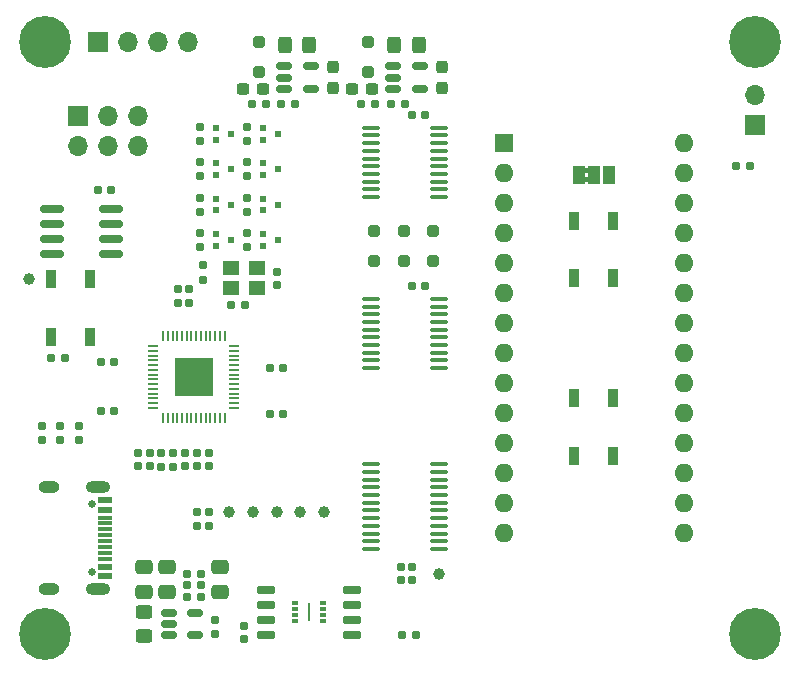
<source format=gbr>
%TF.GenerationSoftware,KiCad,Pcbnew,7.0.5-7.0.5~ubuntu20.04.1*%
%TF.CreationDate,2023-07-05T21:04:24+02:00*%
%TF.ProjectId,sao_eprom_v2,73616f5f-6570-4726-9f6d-5f76322e6b69,rev?*%
%TF.SameCoordinates,Original*%
%TF.FileFunction,Soldermask,Top*%
%TF.FilePolarity,Negative*%
%FSLAX46Y46*%
G04 Gerber Fmt 4.6, Leading zero omitted, Abs format (unit mm)*
G04 Created by KiCad (PCBNEW 7.0.5-7.0.5~ubuntu20.04.1) date 2023-07-05 21:04:24*
%MOMM*%
%LPD*%
G01*
G04 APERTURE LIST*
G04 Aperture macros list*
%AMRoundRect*
0 Rectangle with rounded corners*
0 $1 Rounding radius*
0 $2 $3 $4 $5 $6 $7 $8 $9 X,Y pos of 4 corners*
0 Add a 4 corners polygon primitive as box body*
4,1,4,$2,$3,$4,$5,$6,$7,$8,$9,$2,$3,0*
0 Add four circle primitives for the rounded corners*
1,1,$1+$1,$2,$3*
1,1,$1+$1,$4,$5*
1,1,$1+$1,$6,$7*
1,1,$1+$1,$8,$9*
0 Add four rect primitives between the rounded corners*
20,1,$1+$1,$2,$3,$4,$5,0*
20,1,$1+$1,$4,$5,$6,$7,0*
20,1,$1+$1,$6,$7,$8,$9,0*
20,1,$1+$1,$8,$9,$2,$3,0*%
G04 Aperture macros list end*
%ADD10RoundRect,0.250000X0.250000X-0.250000X0.250000X0.250000X-0.250000X0.250000X-0.250000X-0.250000X0*%
%ADD11RoundRect,0.160000X-0.160000X0.197500X-0.160000X-0.197500X0.160000X-0.197500X0.160000X0.197500X0*%
%ADD12RoundRect,0.150000X-0.512500X-0.150000X0.512500X-0.150000X0.512500X0.150000X-0.512500X0.150000X0*%
%ADD13C,0.700000*%
%ADD14C,4.400000*%
%ADD15RoundRect,0.155000X0.212500X0.155000X-0.212500X0.155000X-0.212500X-0.155000X0.212500X-0.155000X0*%
%ADD16R,1.000000X1.500000*%
%ADD17RoundRect,0.160000X0.197500X0.160000X-0.197500X0.160000X-0.197500X-0.160000X0.197500X-0.160000X0*%
%ADD18R,0.900000X1.500000*%
%ADD19RoundRect,0.155000X0.155000X-0.212500X0.155000X0.212500X-0.155000X0.212500X-0.155000X-0.212500X0*%
%ADD20C,1.000000*%
%ADD21R,0.600000X0.500000*%
%ADD22RoundRect,0.160000X0.160000X-0.197500X0.160000X0.197500X-0.160000X0.197500X-0.160000X-0.197500X0*%
%ADD23R,1.700000X1.700000*%
%ADD24O,1.700000X1.700000*%
%ADD25RoundRect,0.100000X0.637500X0.100000X-0.637500X0.100000X-0.637500X-0.100000X0.637500X-0.100000X0*%
%ADD26RoundRect,0.155000X-0.212500X-0.155000X0.212500X-0.155000X0.212500X0.155000X-0.212500X0.155000X0*%
%ADD27RoundRect,0.160000X-0.197500X-0.160000X0.197500X-0.160000X0.197500X0.160000X-0.197500X0.160000X0*%
%ADD28RoundRect,0.155000X-0.155000X0.212500X-0.155000X-0.212500X0.155000X-0.212500X0.155000X0.212500X0*%
%ADD29R,1.600000X1.600000*%
%ADD30O,1.600000X1.600000*%
%ADD31RoundRect,0.150000X0.650000X0.150000X-0.650000X0.150000X-0.650000X-0.150000X0.650000X-0.150000X0*%
%ADD32RoundRect,0.250000X0.325000X0.450000X-0.325000X0.450000X-0.325000X-0.450000X0.325000X-0.450000X0*%
%ADD33RoundRect,0.050000X0.387500X0.050000X-0.387500X0.050000X-0.387500X-0.050000X0.387500X-0.050000X0*%
%ADD34RoundRect,0.050000X0.050000X0.387500X-0.050000X0.387500X-0.050000X-0.387500X0.050000X-0.387500X0*%
%ADD35C,0.600000*%
%ADD36R,3.200000X3.200000*%
%ADD37RoundRect,0.237500X-0.300000X-0.237500X0.300000X-0.237500X0.300000X0.237500X-0.300000X0.237500X0*%
%ADD38RoundRect,0.250000X0.475000X-0.337500X0.475000X0.337500X-0.475000X0.337500X-0.475000X-0.337500X0*%
%ADD39RoundRect,0.150000X-0.825000X-0.150000X0.825000X-0.150000X0.825000X0.150000X-0.825000X0.150000X0*%
%ADD40RoundRect,0.250000X-0.475000X0.337500X-0.475000X-0.337500X0.475000X-0.337500X0.475000X0.337500X0*%
%ADD41RoundRect,0.100000X-0.637500X-0.100000X0.637500X-0.100000X0.637500X0.100000X-0.637500X0.100000X0*%
%ADD42RoundRect,0.250000X-0.450000X0.325000X-0.450000X-0.325000X0.450000X-0.325000X0.450000X0.325000X0*%
%ADD43RoundRect,0.237500X0.237500X-0.300000X0.237500X0.300000X-0.237500X0.300000X-0.237500X-0.300000X0*%
%ADD44R,1.400000X1.200000*%
%ADD45C,0.650000*%
%ADD46R,1.240000X0.600000*%
%ADD47R,1.240000X0.300000*%
%ADD48O,2.100000X1.000000*%
%ADD49O,1.800000X1.000000*%
%ADD50R,0.490000X0.350000*%
%ADD51R,0.200000X1.600000*%
G04 APERTURE END LIST*
D10*
%TO.C,D1*%
X155000000Y-51250000D03*
X155000000Y-48750000D03*
%TD*%
%TO.C,D3*%
X160000000Y-51250000D03*
X160000000Y-48750000D03*
%TD*%
D11*
%TO.C,R4*%
X126875000Y-65250000D03*
X126875000Y-66445000D03*
%TD*%
D12*
%TO.C,U8*%
X137612500Y-81050000D03*
X137612500Y-82000000D03*
X137612500Y-82950000D03*
X139887500Y-82950000D03*
X139887500Y-81050000D03*
%TD*%
D13*
%TO.C,H3*%
X185600000Y-32750000D03*
X186083274Y-31583274D03*
X186083274Y-33916726D03*
X187250000Y-31100000D03*
D14*
X187250000Y-32750000D03*
D13*
X187250000Y-34400000D03*
X188416726Y-31583274D03*
X188416726Y-33916726D03*
X188900000Y-32750000D03*
%TD*%
D15*
%TO.C,C17*%
X147335000Y-64250000D03*
X146200000Y-64250000D03*
%TD*%
D16*
%TO.C,JP1*%
X172325000Y-44000000D03*
X173625000Y-44000000D03*
X174925000Y-44000000D03*
%TD*%
D17*
%TO.C,R14*%
X157597500Y-38000000D03*
X156402500Y-38000000D03*
%TD*%
D18*
%TO.C,D16*%
X171950000Y-67750000D03*
X175250000Y-67750000D03*
X175250000Y-62850000D03*
X171950000Y-62850000D03*
%TD*%
D19*
%TO.C,C21*%
X141000000Y-68667500D03*
X141000000Y-67532500D03*
%TD*%
D20*
%TO.C,TP29*%
X144750000Y-72500000D03*
%TD*%
D21*
%TO.C,Q6*%
X145600000Y-49000000D03*
X145600000Y-50000000D03*
X146900000Y-49500000D03*
%TD*%
D22*
%TO.C,R6*%
X140000000Y-73695000D03*
X140000000Y-72500000D03*
%TD*%
D10*
%TO.C,D5*%
X145250000Y-35250000D03*
X145250000Y-32750000D03*
%TD*%
D20*
%TO.C,TP33*%
X142750000Y-72500000D03*
%TD*%
D23*
%TO.C,J4*%
X187250000Y-39750000D03*
D24*
X187250000Y-37210000D03*
%TD*%
D25*
%TO.C,U6*%
X160475000Y-75650000D03*
X160475000Y-75000000D03*
X160475000Y-74350000D03*
X160475000Y-73700000D03*
X160475000Y-73050000D03*
X160475000Y-72400000D03*
X160475000Y-71750000D03*
X160475000Y-71100000D03*
X160475000Y-70450000D03*
X160475000Y-69800000D03*
X160475000Y-69150000D03*
X160475000Y-68500000D03*
X154750000Y-68500000D03*
X154750000Y-69150000D03*
X154750000Y-69800000D03*
X154750000Y-70450000D03*
X154750000Y-71100000D03*
X154750000Y-71750000D03*
X154750000Y-72400000D03*
X154750000Y-73050000D03*
X154750000Y-73700000D03*
X154750000Y-74350000D03*
X154750000Y-75000000D03*
X154750000Y-75650000D03*
%TD*%
D13*
%TO.C,H4*%
X185600000Y-82850000D03*
X186083274Y-81683274D03*
X186083274Y-84016726D03*
X187250000Y-81200000D03*
D14*
X187250000Y-82850000D03*
D13*
X187250000Y-84500000D03*
X188416726Y-81683274D03*
X188416726Y-84016726D03*
X188900000Y-82850000D03*
%TD*%
D22*
%TO.C,R16*%
X140250000Y-44097500D03*
X140250000Y-42902500D03*
%TD*%
D26*
%TO.C,C20*%
X131865000Y-59850000D03*
X133000000Y-59850000D03*
%TD*%
D21*
%TO.C,Q2*%
X145600000Y-43000000D03*
X145600000Y-44000000D03*
X146900000Y-43500000D03*
%TD*%
D27*
%TO.C,R3*%
X127652500Y-59500000D03*
X128847500Y-59500000D03*
%TD*%
D26*
%TO.C,C29*%
X142932500Y-55000000D03*
X144067500Y-55000000D03*
%TD*%
D28*
%TO.C,C18*%
X139350000Y-53665000D03*
X139350000Y-54800000D03*
%TD*%
D12*
%TO.C,U9*%
X156612500Y-34800000D03*
X156612500Y-35750000D03*
X156612500Y-36700000D03*
X158887500Y-36700000D03*
X158887500Y-34800000D03*
%TD*%
D29*
%TO.C,U5*%
X166000000Y-41250000D03*
D30*
X166000000Y-43790000D03*
X166000000Y-46330000D03*
X166000000Y-48870000D03*
X166000000Y-51410000D03*
X166000000Y-53950000D03*
X166000000Y-56490000D03*
X166000000Y-59030000D03*
X166000000Y-61570000D03*
X166000000Y-64110000D03*
X166000000Y-66650000D03*
X166000000Y-69190000D03*
X166000000Y-71730000D03*
X166000000Y-74270000D03*
X181240000Y-74270000D03*
X181240000Y-71730000D03*
X181240000Y-69190000D03*
X181240000Y-66650000D03*
X181240000Y-64110000D03*
X181240000Y-61570000D03*
X181240000Y-59030000D03*
X181240000Y-56490000D03*
X181240000Y-53950000D03*
X181240000Y-51410000D03*
X181240000Y-48870000D03*
X181240000Y-46330000D03*
X181240000Y-43790000D03*
X181240000Y-41250000D03*
%TD*%
D15*
%TO.C,C27*%
X159317500Y-53375000D03*
X158182500Y-53375000D03*
%TD*%
D21*
%TO.C,Q8*%
X145600000Y-40000000D03*
X145600000Y-41000000D03*
X146900000Y-40500000D03*
%TD*%
D31*
%TO.C,U1*%
X153100000Y-82905000D03*
X153100000Y-81635000D03*
X153100000Y-80365000D03*
X153100000Y-79095000D03*
X145900000Y-79095000D03*
X145900000Y-80365000D03*
X145900000Y-81635000D03*
X145900000Y-82905000D03*
%TD*%
D12*
%TO.C,U10*%
X147362500Y-34800000D03*
X147362500Y-35750000D03*
X147362500Y-36700000D03*
X149637500Y-36700000D03*
X149637500Y-34800000D03*
%TD*%
D19*
%TO.C,C4*%
X135000000Y-68667500D03*
X135000000Y-67532500D03*
%TD*%
D32*
%TO.C,L2*%
X158775000Y-33000000D03*
X156725000Y-33000000D03*
%TD*%
D33*
%TO.C,U2*%
X143187500Y-63700000D03*
X143187500Y-63300000D03*
X143187500Y-62900000D03*
X143187500Y-62500000D03*
X143187500Y-62100000D03*
X143187500Y-61700000D03*
X143187500Y-61300000D03*
X143187500Y-60900000D03*
X143187500Y-60500000D03*
X143187500Y-60100000D03*
X143187500Y-59700000D03*
X143187500Y-59300000D03*
X143187500Y-58900000D03*
X143187500Y-58500000D03*
D34*
X142350000Y-57662500D03*
X141950000Y-57662500D03*
X141550000Y-57662500D03*
X141150000Y-57662500D03*
X140750000Y-57662500D03*
X140350000Y-57662500D03*
X139950000Y-57662500D03*
X139550000Y-57662500D03*
X139150000Y-57662500D03*
X138750000Y-57662500D03*
X138350000Y-57662500D03*
X137950000Y-57662500D03*
X137550000Y-57662500D03*
X137150000Y-57662500D03*
D33*
X136312500Y-58500000D03*
X136312500Y-58900000D03*
X136312500Y-59300000D03*
X136312500Y-59700000D03*
X136312500Y-60100000D03*
X136312500Y-60500000D03*
X136312500Y-60900000D03*
X136312500Y-61300000D03*
X136312500Y-61700000D03*
X136312500Y-62100000D03*
X136312500Y-62500000D03*
X136312500Y-62900000D03*
X136312500Y-63300000D03*
X136312500Y-63700000D03*
D34*
X137150000Y-64537500D03*
X137550000Y-64537500D03*
X137950000Y-64537500D03*
X138350000Y-64537500D03*
X138750000Y-64537500D03*
X139150000Y-64537500D03*
X139550000Y-64537500D03*
X139950000Y-64537500D03*
X140350000Y-64537500D03*
X140750000Y-64537500D03*
X141150000Y-64537500D03*
X141550000Y-64537500D03*
X141950000Y-64537500D03*
X142350000Y-64537500D03*
D35*
X141020000Y-62370000D03*
X141020000Y-61100000D03*
X141020000Y-59830000D03*
X139750000Y-62370000D03*
X139750000Y-61100000D03*
D36*
X139750000Y-61100000D03*
D35*
X139750000Y-59830000D03*
X138480000Y-62370000D03*
X138480000Y-61100000D03*
X138480000Y-59830000D03*
%TD*%
D37*
%TO.C,C9*%
X153137500Y-36750000D03*
X154862500Y-36750000D03*
%TD*%
D38*
%TO.C,C7*%
X137500000Y-79287500D03*
X137500000Y-77212500D03*
%TD*%
D21*
%TO.C,Q7*%
X141600000Y-40000000D03*
X141600000Y-41000000D03*
X142900000Y-40500000D03*
%TD*%
D18*
%TO.C,D15*%
X171975000Y-52750000D03*
X175275000Y-52750000D03*
X175275000Y-47850000D03*
X171975000Y-47850000D03*
%TD*%
D20*
%TO.C,TP2*%
X160500000Y-77750000D03*
%TD*%
D37*
%TO.C,C11*%
X143887500Y-36750000D03*
X145612500Y-36750000D03*
%TD*%
D11*
%TO.C,R5*%
X130000000Y-65250000D03*
X130000000Y-66445000D03*
%TD*%
D21*
%TO.C,Q1*%
X141600000Y-43000000D03*
X141600000Y-44000000D03*
X142900000Y-43500000D03*
%TD*%
D23*
%TO.C,J1*%
X131630000Y-32750000D03*
D24*
X134170000Y-32750000D03*
X136710000Y-32750000D03*
X139250000Y-32750000D03*
%TD*%
D22*
%TO.C,R7*%
X141000000Y-73695000D03*
X141000000Y-72500000D03*
%TD*%
D39*
%TO.C,U3*%
X127775000Y-46845000D03*
X127775000Y-48115000D03*
X127775000Y-49385000D03*
X127775000Y-50655000D03*
X132725000Y-50655000D03*
X132725000Y-49385000D03*
X132725000Y-48115000D03*
X132725000Y-46845000D03*
%TD*%
D15*
%TO.C,C16*%
X147334842Y-60350000D03*
X146199842Y-60350000D03*
%TD*%
%TO.C,C28*%
X159317500Y-38950000D03*
X158182500Y-38950000D03*
%TD*%
D20*
%TO.C,TP30*%
X146750000Y-72500000D03*
%TD*%
D40*
%TO.C,C12*%
X142000000Y-77212500D03*
X142000000Y-79287500D03*
%TD*%
D22*
%TO.C,R2*%
X144250000Y-50097500D03*
X144250000Y-48902500D03*
%TD*%
D28*
%TO.C,C15*%
X144000000Y-82182500D03*
X144000000Y-83317500D03*
%TD*%
D41*
%TO.C,U7*%
X154750000Y-40000000D03*
X154750000Y-40650000D03*
X154750000Y-41300000D03*
X154750000Y-41950000D03*
X154750000Y-42600000D03*
X154750000Y-43250000D03*
X154750000Y-43900000D03*
X154750000Y-44550000D03*
X154750000Y-45200000D03*
X154750000Y-45850000D03*
X160475000Y-45850000D03*
X160475000Y-45200000D03*
X160475000Y-44550000D03*
X160475000Y-43900000D03*
X160475000Y-43250000D03*
X160475000Y-42600000D03*
X160475000Y-41950000D03*
X160475000Y-41300000D03*
X160475000Y-40650000D03*
X160475000Y-40000000D03*
%TD*%
D20*
%TO.C,TP32*%
X148750000Y-72500000D03*
%TD*%
D11*
%TO.C,R21*%
X140500000Y-51652500D03*
X140500000Y-52847500D03*
%TD*%
D21*
%TO.C,Q3*%
X141600000Y-46000000D03*
X141600000Y-47000000D03*
X142900000Y-46500000D03*
%TD*%
D20*
%TO.C,TP31*%
X150750000Y-72500000D03*
%TD*%
D26*
%TO.C,C19*%
X131865000Y-63950000D03*
X133000000Y-63950000D03*
%TD*%
D32*
%TO.C,L3*%
X149525000Y-33000000D03*
X147475000Y-33000000D03*
%TD*%
D38*
%TO.C,C13*%
X135500000Y-79287500D03*
X135500000Y-77212500D03*
%TD*%
D17*
%TO.C,R12*%
X155097500Y-38000000D03*
X153902500Y-38000000D03*
%TD*%
%TO.C,R11*%
X140347500Y-79750000D03*
X139152500Y-79750000D03*
%TD*%
D27*
%TO.C,R10*%
X139152500Y-77750000D03*
X140347500Y-77750000D03*
%TD*%
D17*
%TO.C,R15*%
X148347500Y-38000000D03*
X147152500Y-38000000D03*
%TD*%
D20*
%TO.C,TP1*%
X125750000Y-52800000D03*
%TD*%
D22*
%TO.C,R23*%
X144250000Y-41097500D03*
X144250000Y-39902500D03*
%TD*%
D13*
%TO.C,H2*%
X125500000Y-82850000D03*
X125983274Y-81683274D03*
X125983274Y-84016726D03*
X127150000Y-81200000D03*
D14*
X127150000Y-82850000D03*
D13*
X127150000Y-84500000D03*
X128316726Y-81683274D03*
X128316726Y-84016726D03*
X128800000Y-82850000D03*
%TD*%
%TO.C,H1*%
X125500000Y-32750000D03*
X125983274Y-31583274D03*
X125983274Y-33916726D03*
X127150000Y-31100000D03*
D14*
X127150000Y-32750000D03*
D13*
X127150000Y-34400000D03*
X128316726Y-31583274D03*
X128316726Y-33916726D03*
X128800000Y-32750000D03*
%TD*%
D28*
%TO.C,C25*%
X158250000Y-77182500D03*
X158250000Y-78317500D03*
%TD*%
D10*
%TO.C,D4*%
X154500000Y-35250000D03*
X154500000Y-32750000D03*
%TD*%
D42*
%TO.C,L1*%
X135500000Y-80975000D03*
X135500000Y-83025000D03*
%TD*%
D15*
%TO.C,C14*%
X132750000Y-45250000D03*
X131615000Y-45250000D03*
%TD*%
D19*
%TO.C,C3*%
X136000000Y-68667500D03*
X136000000Y-67532500D03*
%TD*%
D28*
%TO.C,C23*%
X146750000Y-52182500D03*
X146750000Y-53317500D03*
%TD*%
D41*
%TO.C,U4*%
X154750000Y-54500000D03*
X154750000Y-55150000D03*
X154750000Y-55800000D03*
X154750000Y-56450000D03*
X154750000Y-57100000D03*
X154750000Y-57750000D03*
X154750000Y-58400000D03*
X154750000Y-59050000D03*
X154750000Y-59700000D03*
X154750000Y-60350000D03*
X160475000Y-60350000D03*
X160475000Y-59700000D03*
X160475000Y-59050000D03*
X160475000Y-58400000D03*
X160475000Y-57750000D03*
X160475000Y-57100000D03*
X160475000Y-56450000D03*
X160475000Y-55800000D03*
X160475000Y-55150000D03*
X160475000Y-54500000D03*
%TD*%
D43*
%TO.C,C8*%
X160750000Y-36612500D03*
X160750000Y-34887500D03*
%TD*%
D26*
%TO.C,C5*%
X139182500Y-78750000D03*
X140317500Y-78750000D03*
%TD*%
D19*
%TO.C,C2*%
X139000000Y-68667500D03*
X139000000Y-67532500D03*
%TD*%
D21*
%TO.C,Q4*%
X145600000Y-46000000D03*
X145600000Y-47000000D03*
X146900000Y-46500000D03*
%TD*%
D18*
%TO.C,D6*%
X127650000Y-57700000D03*
X130950000Y-57700000D03*
X130950000Y-52800000D03*
X127650000Y-52800000D03*
%TD*%
D22*
%TO.C,R18*%
X140250000Y-47097500D03*
X140250000Y-45902500D03*
%TD*%
D10*
%TO.C,D2*%
X157500000Y-51250000D03*
X157500000Y-48750000D03*
%TD*%
D44*
%TO.C,Y1*%
X142900000Y-53600000D03*
X145100000Y-53600000D03*
X145100000Y-51900000D03*
X142900000Y-51900000D03*
%TD*%
D26*
%TO.C,C26*%
X185682500Y-43250000D03*
X186817500Y-43250000D03*
%TD*%
D22*
%TO.C,R22*%
X140250000Y-41097500D03*
X140250000Y-39902500D03*
%TD*%
D43*
%TO.C,C10*%
X151500000Y-36612500D03*
X151500000Y-34887500D03*
%TD*%
D45*
%TO.C,J2*%
X131130000Y-71860000D03*
X131130000Y-77640000D03*
D46*
X132250000Y-71550000D03*
X132250000Y-72350000D03*
D47*
X132250000Y-73500000D03*
X132250000Y-74500000D03*
X132250000Y-75000000D03*
X132250000Y-76000000D03*
D46*
X132250000Y-77150000D03*
X132250000Y-77950000D03*
X132250000Y-77950000D03*
X132250000Y-77150000D03*
D47*
X132250000Y-76500000D03*
X132250000Y-75500000D03*
X132250000Y-74000000D03*
X132250000Y-73000000D03*
D46*
X132250000Y-72350000D03*
X132250000Y-71550000D03*
D48*
X131650000Y-70430000D03*
D49*
X127450000Y-70430000D03*
D48*
X131650000Y-79070000D03*
D49*
X127450000Y-79070000D03*
%TD*%
D19*
%TO.C,C6*%
X141500000Y-82817500D03*
X141500000Y-81682500D03*
%TD*%
D50*
%TO.C,U11*%
X150720000Y-81750000D03*
X150720000Y-81250000D03*
X150720000Y-80750000D03*
X150720000Y-80250000D03*
X148280000Y-80250000D03*
X148280000Y-80750000D03*
X148280000Y-81250000D03*
X148280000Y-81750000D03*
D51*
X149500000Y-81000000D03*
%TD*%
D22*
%TO.C,R17*%
X144250000Y-44097500D03*
X144250000Y-42902500D03*
%TD*%
%TO.C,R9*%
X138000000Y-68697500D03*
X138000000Y-67502500D03*
%TD*%
D11*
%TO.C,R24*%
X128425000Y-65252500D03*
X128425000Y-66447500D03*
%TD*%
D21*
%TO.C,Q5*%
X141600000Y-49000000D03*
X141600000Y-50000000D03*
X142900000Y-49500000D03*
%TD*%
D19*
%TO.C,C1*%
X140000000Y-68667500D03*
X140000000Y-67532500D03*
%TD*%
D28*
%TO.C,C24*%
X157250000Y-77182500D03*
X157250000Y-78317500D03*
%TD*%
D22*
%TO.C,R1*%
X140250000Y-50097500D03*
X140250000Y-48902500D03*
%TD*%
D23*
%TO.C,J3*%
X129960000Y-38980000D03*
D24*
X129960000Y-41535000D03*
X132500000Y-38980000D03*
X132500000Y-41535000D03*
X135040000Y-38980000D03*
X135040000Y-41535000D03*
%TD*%
D28*
%TO.C,C22*%
X138400000Y-53665000D03*
X138400000Y-54800000D03*
%TD*%
D17*
%TO.C,R20*%
X158597500Y-82900000D03*
X157402500Y-82900000D03*
%TD*%
D22*
%TO.C,R19*%
X144250000Y-47097500D03*
X144250000Y-45902500D03*
%TD*%
%TO.C,R8*%
X137000000Y-68697500D03*
X137000000Y-67502500D03*
%TD*%
D17*
%TO.C,R13*%
X145847500Y-38000000D03*
X144652500Y-38000000D03*
%TD*%
G36*
X173418039Y-44219685D02*
G01*
X173463794Y-44272489D01*
X173475000Y-44324000D01*
X173475000Y-44476000D01*
X173455315Y-44543039D01*
X173402511Y-44588794D01*
X173351000Y-44600000D01*
X172599000Y-44600000D01*
X172531961Y-44580315D01*
X172486206Y-44527511D01*
X172475000Y-44476000D01*
X172475000Y-44324000D01*
X172494685Y-44256961D01*
X172547489Y-44211206D01*
X172599000Y-44200000D01*
X173351000Y-44200000D01*
X173418039Y-44219685D01*
G37*
G36*
X173418039Y-43419685D02*
G01*
X173463794Y-43472489D01*
X173475000Y-43524000D01*
X173475000Y-43676000D01*
X173455315Y-43743039D01*
X173402511Y-43788794D01*
X173351000Y-43800000D01*
X172599000Y-43800000D01*
X172531961Y-43780315D01*
X172486206Y-43727511D01*
X172475000Y-43676000D01*
X172475000Y-43524000D01*
X172494685Y-43456961D01*
X172547489Y-43411206D01*
X172599000Y-43400000D01*
X173351000Y-43400000D01*
X173418039Y-43419685D01*
G37*
M02*

</source>
